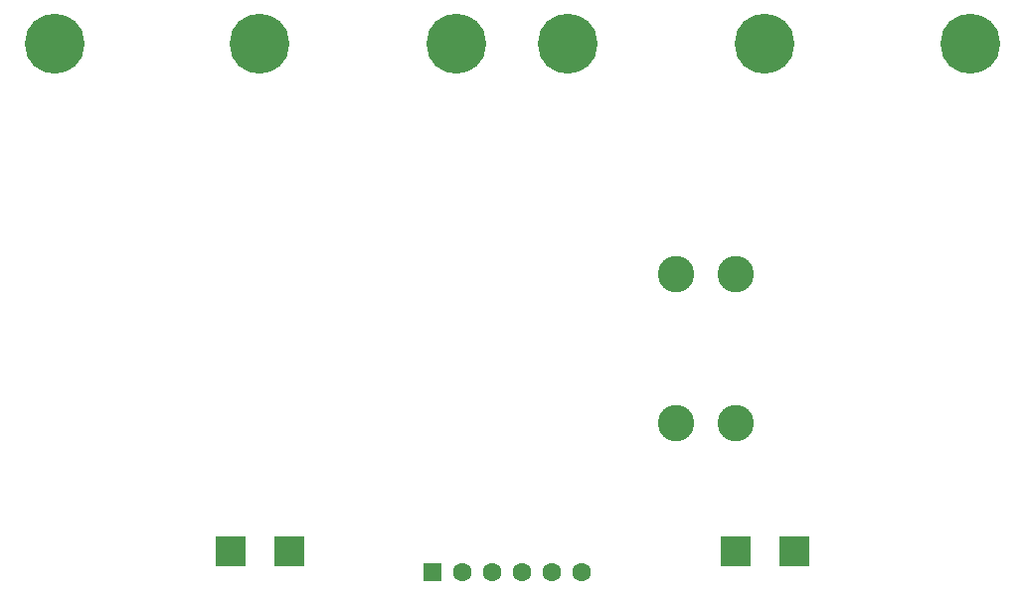
<source format=gbr>
G04 DipTrace 3.3.1.3*
G04 BottomMask.gbr*
%MOMM*%
G04 #@! TF.FileFunction,Soldermask,Bot*
G04 #@! TF.Part,Single*
%ADD37C,3.1*%
%ADD38C,1.6*%
%ADD39R,1.6X1.6*%
%ADD45R,2.6X2.6*%
%ADD46C,5.1*%
%FSLAX35Y35*%
G04*
G71*
G90*
G75*
G01*
G04 BotMask*
%LPD*%
D46*
X8300000Y4730000D3*
X500000D3*
D45*
X6800000Y400000D3*
X6300000D3*
X2500000D3*
X2000000D3*
D46*
X6550000Y4730000D3*
X2250000D3*
X3925000D3*
X4875000D3*
D39*
X3717373Y221500D3*
D38*
X3971373D3*
X4225373D3*
X4479373D3*
X4733373D3*
X4987373D3*
D37*
X6305000Y1491500D3*
X5797100D3*
X6305100Y2761500D3*
X5797100D3*
M02*

</source>
